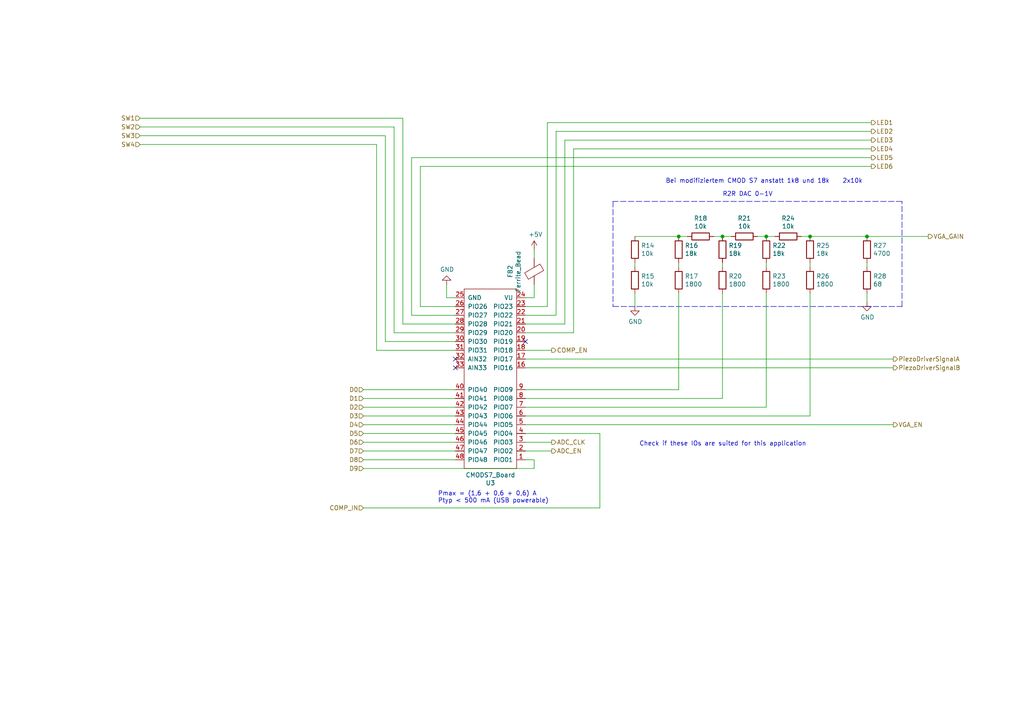
<source format=kicad_sch>
(kicad_sch (version 20211123) (generator eeschema)
  (paper "A4")
  (lib_symbols
    (symbol "Device:FerriteBead" (pin_numbers hide) (pin_names (offset 0))
      (property "Reference" "FB" (at -3.81 0.635 90))
      (property "Value" "FerriteBead" (at 3.81 0 90))
      (symbol "FerriteBead_0_1"
        (polyline (pts (xy 0 -1.27) (xy 0 -1.2192)))
        (polyline (pts (xy 0 1.27) (xy 0 1.2954)))
        (polyline (pts (xy -2.7686 0.4064) (xy -1.7018 2.2606) (xy 2.7686 -0.3048) (xy 1.6764 -2.159) (xy -2.7686 0.4064)))
      )
      (symbol "FerriteBead_1_1"
        (pin passive line (at 0 3.81 270) (length 2.54) (name "~") (number "1"))
        (pin passive line (at 0 -3.81 90) (length 2.54) (name "~") (number "2"))
      )
    )
    (symbol "Device:R" (pin_numbers hide) (pin_names (offset 0))
      (property "Reference" "R" (at 2.032 0 90))
      (property "Value" "R" (at 0 0 90))
      (symbol "R_0_1"
        (rectangle (start -1.016 -2.54) (end 1.016 2.54) (stroke (width 0.254)))
      )
      (symbol "R_1_1"
        (pin passive line (at 0 3.81 270) (length 1.27) (name "~") (number "1"))
        (pin passive line (at 0 -3.81 90) (length 1.27) (name "~") (number "2"))
      )
    )
    (symbol "UserLibrary:CMODS7_Board-Piezo_New" (pin_names (offset 1.016))
      (property "Reference" "U6" (at 2.54 2.921 0))
      (property "Value" "CMODS7_Board-Piezo_New" (at 2.54 0.6096 0))
      (symbol "CMODS7_Board-Piezo_New_0_1"
        (rectangle (start -5.08 -1.27) (end 10.16 -53.34))
      )
      (symbol "CMODS7_Board-Piezo_New_1_1"
        (pin bidirectional line (at -7.62 -3.81 0) (length 2.54) (name "PIO01") (number "1"))
        (pin bidirectional line (at -7.62 -30.48 0) (length 2.54) (name "PIO16") (number "16"))
        (pin bidirectional line (at -7.62 -33.02 0) (length 2.54) (name "PIO17") (number "17"))
        (pin bidirectional line (at -7.62 -35.56 0) (length 2.54) (name "PIO18") (number "18"))
        (pin bidirectional line (at -7.62 -38.1 0) (length 2.54) (name "PIO19") (number "19"))
        (pin bidirectional line (at -7.62 -6.35 0) (length 2.54) (name "PIO02") (number "2"))
        (pin bidirectional line (at -7.62 -40.64 0) (length 2.54) (name "PIO20") (number "20"))
        (pin bidirectional line (at -7.62 -43.18 0) (length 2.54) (name "PIO21") (number "21"))
        (pin bidirectional line (at -7.62 -45.72 0) (length 2.54) (name "PIO22") (number "22"))
        (pin bidirectional line (at -7.62 -48.26 0) (length 2.54) (name "PIO23") (number "23"))
        (pin input line (at -7.62 -50.8 0) (length 2.54) (name "VU") (number "24"))
        (pin input line (at 12.7 -50.8 180) (length 2.54) (name "GND") (number "25"))
        (pin bidirectional line (at 12.7 -48.26 180) (length 2.54) (name "PIO26") (number "26"))
        (pin bidirectional line (at 12.7 -45.72 180) (length 2.54) (name "PIO27") (number "27"))
        (pin bidirectional line (at 12.7 -43.18 180) (length 2.54) (name "PIO28") (number "28"))
        (pin bidirectional line (at 12.7 -40.64 180) (length 2.54) (name "PIO29") (number "29"))
        (pin bidirectional line (at -7.62 -8.89 0) (length 2.54) (name "PIO03") (number "3"))
        (pin bidirectional line (at 12.7 -38.1 180) (length 2.54) (name "PIO30") (number "30"))
        (pin bidirectional line (at 12.7 -35.56 180) (length 2.54) (name "PIO31") (number "31"))
        (pin input line (at 12.7 -33.02 180) (length 2.54) (name "AIN32") (number "32"))
        (pin input line (at 12.7 -30.48 180) (length 2.54) (name "AIN33") (number "33"))
        (pin bidirectional line (at -7.62 -11.43 0) (length 2.54) (name "PIO04") (number "4"))
        (pin bidirectional line (at 12.7 -24.13 180) (length 2.54) (name "PIO40") (number "40"))
        (pin bidirectional line (at 12.7 -21.59 180) (length 2.54) (name "PIO41") (number "41"))
        (pin bidirectional line (at 12.7 -19.05 180) (length 2.54) (name "PIO42") (number "42"))
        (pin bidirectional line (at 12.7 -16.51 180) (length 2.54) (name "PIO43") (number "43"))
        (pin bidirectional line (at 12.7 -13.97 180) (length 2.54) (name "PIO44") (number "44"))
        (pin bidirectional line (at 12.7 -11.43 180) (length 2.54) (name "PIO45") (number "45"))
        (pin bidirectional line (at 12.7 -8.89 180) (length 2.54) (name "PIO46") (number "46"))
        (pin bidirectional line (at 12.7 -6.35 180) (length 2.54) (name "PIO47") (number "47"))
        (pin bidirectional line (at 12.7 -3.81 180) (length 2.54) (name "PIO48") (number "48"))
        (pin bidirectional line (at -7.62 -13.97 0) (length 2.54) (name "PIO05") (number "5"))
        (pin bidirectional line (at -7.62 -16.51 0) (length 2.54) (name "PIO06") (number "6"))
        (pin bidirectional line (at -7.62 -19.05 0) (length 2.54) (name "PIO07") (number "7"))
        (pin bidirectional line (at -7.62 -21.59 0) (length 2.54) (name "PIO08") (number "8"))
        (pin bidirectional line (at -7.62 -24.13 0) (length 2.54) (name "PIO09") (number "9"))
      )
    )
    (symbol "power:+5V" (power) (pin_names (offset 0))
      (property "Value" "+5V" (at 0 3.556 0))
      (symbol "+5V_0_1"
        (polyline (pts (xy -0.762 1.27) (xy 0 2.54)))
        (polyline (pts (xy 0 0) (xy 0 2.54)))
        (polyline (pts (xy 0 2.54) (xy 0.762 1.27)))
      )
      (symbol "+5V_1_1"
        (pin power_in line (at 0 0 90) (length 0) hide (name "+5V") (number "1"))
      )
    )
    (symbol "power:GND" (power) (pin_names (offset 0))
      (property "Value" "GND" (at 0 -3.81 0))
      (symbol "GND_0_1"
        (polyline (pts (xy 0 0) (xy 0 -1.27) (xy 1.27 -1.27) (xy 0 -2.54) (xy -1.27 -1.27) (xy 0 -1.27)))
      )
      (symbol "GND_1_1"
        (pin power_in line (at 0 0 270) (length 0) hide (name "GND") (number "1"))
      )
    )
  )
  (junction (at 222.25 68.58))
  (junction (at 196.85 68.58))
  (junction (at 234.95 68.58))
  (junction (at 251.46 68.58))
  (junction (at 209.55 68.58))
  (no_connect (at 132.08 104.14))
  (no_connect (at 132.08 106.68))
  (no_connect (at 152.4 99.06))
  (wire (pts (xy 152.4 120.65) (xy 234.95 120.65)))
  (wire (pts (xy 154.94 86.36) (xy 152.4 86.36)))
  (wire (pts (xy 184.15 76.2) (xy 184.15 77.47)))
  (wire (pts (xy 116.84 34.29) (xy 40.64 34.29)))
  (wire (pts (xy 152.4 106.68) (xy 259.08 106.68)))
  (polyline (pts (xy 177.8 58.42) (xy 177.8 88.9)))
  (wire (pts (xy 160.02 128.27) (xy 152.4 128.27)))
  (wire (pts (xy 234.95 68.58) (xy 251.46 68.58)))
  (wire (pts (xy 166.37 43.18) (xy 252.73 43.18)))
  (wire (pts (xy 209.55 68.58) (xy 212.09 68.58)))
  (wire (pts (xy 196.85 85.09) (xy 196.85 113.03)))
  (wire (pts (xy 132.08 96.52) (xy 114.3 96.52)))
  (wire (pts (xy 105.41 130.81) (xy 132.08 130.81)))
  (wire (pts (xy 163.83 40.64) (xy 252.73 40.64)))
  (wire (pts (xy 121.92 88.9) (xy 121.92 48.26)))
  (wire (pts (xy 119.38 45.72) (xy 252.73 45.72)))
  (wire (pts (xy 105.41 113.03) (xy 132.08 113.03)))
  (polyline (pts (xy 261.62 88.9) (xy 261.62 58.42)))
  (wire (pts (xy 163.83 40.64) (xy 163.83 93.98)))
  (wire (pts (xy 173.99 125.73) (xy 152.4 125.73)))
  (wire (pts (xy 152.4 115.57) (xy 209.55 115.57)))
  (wire (pts (xy 105.41 120.65) (xy 132.08 120.65)))
  (wire (pts (xy 116.84 34.29) (xy 116.84 93.98)))
  (wire (pts (xy 105.41 115.57) (xy 132.08 115.57)))
  (wire (pts (xy 184.15 85.09) (xy 184.15 88.9)))
  (wire (pts (xy 129.54 86.36) (xy 129.54 82.55)))
  (wire (pts (xy 160.02 101.6) (xy 152.4 101.6)))
  (polyline (pts (xy 177.8 88.9) (xy 261.62 88.9)))
  (wire (pts (xy 219.71 68.58) (xy 222.25 68.58)))
  (wire (pts (xy 196.85 76.2) (xy 196.85 77.47)))
  (wire (pts (xy 154.94 86.36) (xy 154.94 82.55)))
  (wire (pts (xy 234.95 85.09) (xy 234.95 120.65)))
  (wire (pts (xy 209.55 85.09) (xy 209.55 115.57)))
  (wire (pts (xy 184.15 68.58) (xy 196.85 68.58)))
  (wire (pts (xy 132.08 88.9) (xy 121.92 88.9)))
  (wire (pts (xy 132.08 86.36) (xy 129.54 86.36)))
  (wire (pts (xy 222.25 85.09) (xy 222.25 118.11)))
  (wire (pts (xy 132.08 91.44) (xy 119.38 91.44)))
  (wire (pts (xy 196.85 113.03) (xy 152.4 113.03)))
  (wire (pts (xy 111.76 39.37) (xy 40.64 39.37)))
  (wire (pts (xy 132.08 99.06) (xy 111.76 99.06)))
  (wire (pts (xy 152.4 123.19) (xy 259.08 123.19)))
  (wire (pts (xy 207.01 68.58) (xy 209.55 68.58)))
  (wire (pts (xy 158.75 35.56) (xy 252.73 35.56)))
  (wire (pts (xy 105.41 128.27) (xy 132.08 128.27)))
  (wire (pts (xy 152.4 118.11) (xy 222.25 118.11)))
  (wire (pts (xy 105.41 118.11) (xy 132.08 118.11)))
  (wire (pts (xy 158.75 88.9) (xy 152.4 88.9)))
  (wire (pts (xy 111.76 39.37) (xy 111.76 99.06)))
  (wire (pts (xy 109.22 41.91) (xy 109.22 101.6)))
  (wire (pts (xy 173.99 147.32) (xy 173.99 125.73)))
  (wire (pts (xy 152.4 93.98) (xy 163.83 93.98)))
  (wire (pts (xy 105.41 135.89) (xy 154.94 135.89)))
  (wire (pts (xy 152.4 96.52) (xy 166.37 96.52)))
  (wire (pts (xy 114.3 36.83) (xy 40.64 36.83)))
  (wire (pts (xy 234.95 76.2) (xy 234.95 77.47)))
  (wire (pts (xy 161.29 91.44) (xy 152.4 91.44)))
  (wire (pts (xy 154.94 133.35) (xy 152.4 133.35)))
  (wire (pts (xy 166.37 96.52) (xy 166.37 43.18)))
  (wire (pts (xy 154.94 135.89) (xy 154.94 133.35)))
  (wire (pts (xy 251.46 87.63) (xy 251.46 85.09)))
  (wire (pts (xy 209.55 76.2) (xy 209.55 77.47)))
  (wire (pts (xy 105.41 125.73) (xy 132.08 125.73)))
  (wire (pts (xy 152.4 130.81) (xy 160.02 130.81)))
  (polyline (pts (xy 261.62 58.42) (xy 177.8 58.42)))
  (wire (pts (xy 132.08 101.6) (xy 109.22 101.6)))
  (wire (pts (xy 152.4 104.14) (xy 259.08 104.14)))
  (wire (pts (xy 114.3 36.83) (xy 114.3 96.52)))
  (wire (pts (xy 222.25 68.58) (xy 224.79 68.58)))
  (wire (pts (xy 132.08 93.98) (xy 116.84 93.98)))
  (wire (pts (xy 251.46 68.58) (xy 269.24 68.58)))
  (wire (pts (xy 109.22 41.91) (xy 40.64 41.91)))
  (wire (pts (xy 105.41 133.35) (xy 132.08 133.35)))
  (wire (pts (xy 196.85 68.58) (xy 199.39 68.58)))
  (wire (pts (xy 232.41 68.58) (xy 234.95 68.58)))
  (wire (pts (xy 158.75 88.9) (xy 158.75 35.56)))
  (wire (pts (xy 105.41 123.19) (xy 132.08 123.19)))
  (wire (pts (xy 105.41 147.32) (xy 173.99 147.32)))
  (wire (pts (xy 222.25 76.2) (xy 222.25 77.47)))
  (wire (pts (xy 119.38 91.44) (xy 119.38 45.72)))
  (wire (pts (xy 154.94 72.39) (xy 154.94 74.93)))
  (wire (pts (xy 121.92 48.26) (xy 252.73 48.26)))
  (wire (pts (xy 161.29 38.1) (xy 161.29 91.44)))
  (wire (pts (xy 251.46 77.47) (xy 251.46 76.2)))
  (wire (pts (xy 161.29 38.1) (xy 252.73 38.1)))
  (text "Pmax = (1,6 + 0,6 + 0,6) A\nPtyp < 500 mA (USB powerable)" (at 127 146.05 0) (effects (font (size 1.27 1.27)) (justify left bottom)))
  (text "R2R DAC 0-1V" (at 209.55 57.15 0) (effects (font (size 1.27 1.27)) (justify left bottom)))
  (text "Check if these IOs are suited for this application\n" (at 185.42 129.54 0) (effects (font (size 1.27 1.27)) (justify left bottom)))
  (text "Bei modifiziertem CMOD S7 anstatt 1k8 und 18k    2x10k\n" (at 193.04 53.34 0) (effects (font (size 1.27 1.27)) (justify left bottom)))
  (hierarchical_label "LED3" (shape output) (at 252.73 40.64 0))
  (hierarchical_label "COMP_EN" (shape output) (at 160.02 101.6 0))
  (hierarchical_label "LED1" (shape output) (at 252.73 35.56 0))
  (hierarchical_label "ADC_CLK" (shape output) (at 160.02 128.27 0))
  (hierarchical_label "VGA_GAIN" (shape output) (at 269.24 68.58 0))
  (hierarchical_label "SW2" (shape input) (at 40.64 36.83 180))
  (hierarchical_label "LED6" (shape output) (at 252.73 48.26 0))
  (hierarchical_label "LED4" (shape output) (at 252.73 43.18 0))
  (hierarchical_label "D4" (shape input) (at 105.41 123.19 180))
  (hierarchical_label "PiezoDriverSignalB" (shape output) (at 259.08 106.68 0))
  (hierarchical_label "PiezoDriverSignalA" (shape output) (at 259.08 104.14 0))
  (hierarchical_label "SW3" (shape input) (at 40.64 39.37 180))
  (hierarchical_label "D8" (shape input) (at 105.41 133.35 180))
  (hierarchical_label "D7" (shape input) (at 105.41 130.81 180))
  (hierarchical_label "SW1" (shape input) (at 40.64 34.29 180))
  (hierarchical_label "D2" (shape input) (at 105.41 118.11 180))
  (hierarchical_label "D0" (shape input) (at 105.41 113.03 180))
  (hierarchical_label "D3" (shape input) (at 105.41 120.65 180))
  (hierarchical_label "D5" (shape input) (at 105.41 125.73 180))
  (hierarchical_label "ADC_EN" (shape output) (at 160.02 130.81 0))
  (hierarchical_label "COMP_IN" (shape input) (at 105.41 147.32 180))
  (hierarchical_label "VGA_EN" (shape output) (at 259.08 123.19 0))
  (hierarchical_label "SW4" (shape input) (at 40.64 41.91 180))
  (hierarchical_label "D1" (shape input) (at 105.41 115.57 180))
  (hierarchical_label "LED5" (shape output) (at 252.73 45.72 0))
  (hierarchical_label "D6" (shape input) (at 105.41 128.27 180))
  (hierarchical_label "D9" (shape input) (at 105.41 135.89 180))
  (hierarchical_label "LED2" (shape output) (at 252.73 38.1 0))
  (symbol (lib_id "Device:R") (at 222.25 72.39 0) (unit 1)
    (property "Reference" "R22" (at 224.028 71.2216 0) (effects (justify left)))
    (property "Value" "18k" (at 224.028 73.533 0) (effects (justify left)))
    (property "Footprint" "Resistor_SMD:R_0603_1608Metric_Pad0.98x0.95mm_HandSolder" (effects hide))
  )
  (symbol (lib_id "Device:R") (at 184.15 81.28 0) (unit 1)
    (property "Reference" "R15" (at 185.928 80.1116 0) (effects (justify left)))
    (property "Value" "10k" (at 185.928 82.423 0) (effects (justify left)))
    (property "Footprint" "Resistor_SMD:R_0603_1608Metric_Pad0.98x0.95mm_HandSolder" (effects hide))
  )
  (symbol (lib_id "Device:R") (at 234.95 72.39 0) (unit 1)
    (property "Reference" "R25" (at 236.728 71.2216 0) (effects (justify left)))
    (property "Value" "18k" (at 236.728 73.533 0) (effects (justify left)))
    (property "Footprint" "Resistor_SMD:R_0603_1608Metric_Pad0.98x0.95mm_HandSolder" (effects hide))
  )
  (symbol (lib_id "Device:R") (at 196.85 72.39 0) (unit 1)
    (property "Reference" "R16" (at 198.628 71.2216 0) (effects (justify left)))
    (property "Value" "18k" (at 198.628 73.533 0) (effects (justify left)))
    (property "Footprint" "Resistor_SMD:R_0603_1608Metric_Pad0.98x0.95mm_HandSolder" (effects hide))
  )
  (symbol (lib_id "Device:R") (at 222.25 81.28 0) (unit 1)
    (property "Reference" "R23" (at 224.028 80.1116 0) (effects (justify left)))
    (property "Value" "1800" (at 224.028 82.423 0) (effects (justify left)))
    (property "Footprint" "Resistor_SMD:R_0603_1608Metric_Pad0.98x0.95mm_HandSolder" (effects hide))
  )
  (symbol (lib_id "Device:R") (at 234.95 81.28 0) (unit 1)
    (property "Reference" "R26" (at 236.728 80.1116 0) (effects (justify left)))
    (property "Value" "1800" (at 236.728 82.423 0) (effects (justify left)))
    (property "Footprint" "Resistor_SMD:R_0603_1608Metric_Pad0.98x0.95mm_HandSolder" (effects hide))
  )
  (symbol (lib_id "power:+5V") (at 154.94 72.39 0) (unit 1)
    (property "Reference" "#PWR038" (effects hide))
    (property "Value" "+5V" (at 155.321 67.9958 0))
  )
  (symbol (lib_id "Device:FerriteBead") (at 154.94 78.74 0) (mirror x) (unit 1)
    (property "Reference" "FB2" (at 147.9804 78.74 90))
    (property "Value" "Ferrite_Bead" (at 150.2918 78.74 90))
    (property "Footprint" "Inductor_SMD:L_0603_1608Metric_Pad1.05x0.95mm_HandSolder" (effects hide))
  )
  (symbol (lib_id "Device:R") (at 203.2 68.58 270) (unit 1)
    (property "Reference" "R18" (at 203.2 63.3222 90))
    (property "Value" "10k" (at 203.2 65.6336 90))
    (property "Footprint" "Resistor_SMD:R_0603_1608Metric_Pad0.98x0.95mm_HandSolder" (effects hide))
  )
  (symbol (lib_id "Device:R") (at 209.55 72.39 0) (unit 1)
    (property "Reference" "R19" (at 211.328 71.2216 0) (effects (justify left)))
    (property "Value" "18k" (at 211.328 73.533 0) (effects (justify left)))
    (property "Footprint" "Resistor_SMD:R_0603_1608Metric_Pad0.98x0.95mm_HandSolder" (effects hide))
  )
  (symbol (lib_id "power:GND") (at 251.46 87.63 0) (unit 1)
    (property "Reference" "#PWR040" (effects hide))
    (property "Value" "GND" (at 251.587 92.0242 0))
  )
  (symbol (lib_id "UserLibrary:CMODS7_Board-Piezo_New") (at 144.78 137.16 180) (unit 1)
    (property "Reference" "U3" (at 142.24 140.081 0))
    (property "Value" "CMODS7_Board" (at 142.24 137.7696 0))
    (property "Footprint" "footprints:CMOD_S7_Socket" (effects hide))
  )
  (symbol (lib_id "Device:R") (at 196.85 81.28 0) (unit 1)
    (property "Reference" "R17" (at 198.628 80.1116 0) (effects (justify left)))
    (property "Value" "1800" (at 198.628 82.423 0) (effects (justify left)))
    (property "Footprint" "Resistor_SMD:R_0603_1608Metric_Pad0.98x0.95mm_HandSolder" (effects hide))
  )
  (symbol (lib_id "Device:R") (at 209.55 81.28 0) (unit 1)
    (property "Reference" "R20" (at 211.328 80.1116 0) (effects (justify left)))
    (property "Value" "1800" (at 211.328 82.423 0) (effects (justify left)))
    (property "Footprint" "Resistor_SMD:R_0603_1608Metric_Pad0.98x0.95mm_HandSolder" (effects hide))
  )
  (symbol (lib_id "Device:R") (at 184.15 72.39 0) (unit 1)
    (property "Reference" "R14" (at 185.928 71.2216 0) (effects (justify left)))
    (property "Value" "10k" (at 185.928 73.533 0) (effects (justify left)))
    (property "Footprint" "Resistor_SMD:R_0603_1608Metric_Pad0.98x0.95mm_HandSolder" (effects hide))
  )
  (symbol (lib_id "Device:R") (at 251.46 81.28 0) (unit 1)
    (property "Reference" "R28" (at 253.238 80.1116 0) (effects (justify left)))
    (property "Value" "68" (at 253.238 82.423 0) (effects (justify left)))
    (property "Footprint" "Resistor_SMD:R_0603_1608Metric_Pad0.98x0.95mm_HandSolder" (effects hide))
  )
  (symbol (lib_id "Device:R") (at 251.46 72.39 0) (unit 1)
    (property "Reference" "R27" (at 253.238 71.2216 0) (effects (justify left)))
    (property "Value" "4700" (at 253.238 73.533 0) (effects (justify left)))
    (property "Footprint" "Resistor_SMD:R_0603_1608Metric_Pad0.98x0.95mm_HandSolder" (effects hide))
  )
  (symbol (lib_id "Device:R") (at 215.9 68.58 270) (unit 1)
    (property "Reference" "R21" (at 215.9 63.3222 90))
    (property "Value" "10k" (at 215.9 65.6336 90))
    (property "Footprint" "Resistor_SMD:R_0603_1608Metric_Pad0.98x0.95mm_HandSolder" (effects hide))
  )
  (symbol (lib_id "power:GND") (at 129.54 82.55 0) (mirror x) (unit 1)
    (property "Reference" "#PWR037" (effects hide))
    (property "Value" "GND" (at 129.667 78.1558 0))
  )
  (symbol (lib_id "Device:R") (at 228.6 68.58 270) (unit 1)
    (property "Reference" "R24" (at 228.6 63.3222 90))
    (property "Value" "10k" (at 228.6 65.6336 90))
    (property "Footprint" "Resistor_SMD:R_0603_1608Metric_Pad0.98x0.95mm_HandSolder" (effects hide))
  )
  (symbol (lib_id "power:GND") (at 184.15 88.9 0) (unit 1)
    (property "Reference" "#PWR039" (effects hide))
    (property "Value" "GND" (at 184.277 93.2942 0))
  )
)
</source>
